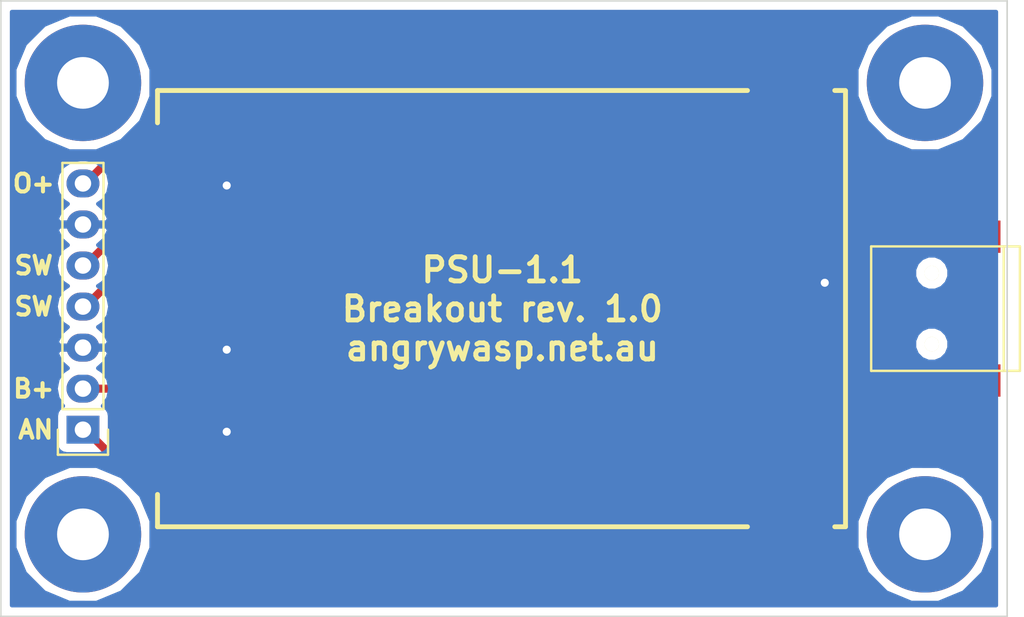
<source format=kicad_pcb>
(kicad_pcb (version 4) (host pcbnew 4.0.5+dfsg1-4)

  (general
    (links 14)
    (no_connects 3)
    (area 135.801739 84.6357 203.176501 124.18118)
    (thickness 1.6)
    (drawings 10)
    (tracks 30)
    (zones 0)
    (modules 7)
    (nets 12)
  )

  (page A4)
  (layers
    (0 F.Cu signal)
    (31 B.Cu signal)
    (32 B.Adhes user)
    (33 F.Adhes user)
    (34 B.Paste user)
    (35 F.Paste user)
    (36 B.SilkS user)
    (37 F.SilkS user)
    (38 B.Mask user)
    (39 F.Mask user)
    (40 Dwgs.User user)
    (41 Cmts.User user)
    (42 Eco1.User user)
    (43 Eco2.User user)
    (44 Edge.Cuts user)
    (45 Margin user)
    (46 B.CrtYd user)
    (47 F.CrtYd user)
    (48 B.Fab user)
    (49 F.Fab user)
  )

  (setup
    (last_trace_width 0.5)
    (trace_clearance 0.2)
    (zone_clearance 0.508)
    (zone_45_only no)
    (trace_min 0.2)
    (segment_width 0.2)
    (edge_width 0.1)
    (via_size 1)
    (via_drill 0.5)
    (via_min_size 0.4)
    (via_min_drill 0.3)
    (uvia_size 0.3)
    (uvia_drill 0.1)
    (uvias_allowed no)
    (uvia_min_size 0.2)
    (uvia_min_drill 0.1)
    (pcb_text_width 0.3)
    (pcb_text_size 1.5 1.5)
    (mod_edge_width 0.15)
    (mod_text_size 1 1)
    (mod_text_width 0.15)
    (pad_size 1.5 1.5)
    (pad_drill 0.6)
    (pad_to_mask_clearance 0)
    (aux_axis_origin 0 0)
    (visible_elements FFFFFF7F)
    (pcbplotparams
      (layerselection 0x010f0_80000001)
      (usegerberextensions false)
      (excludeedgelayer true)
      (linewidth 0.100000)
      (plotframeref false)
      (viasonmask false)
      (mode 1)
      (useauxorigin false)
      (hpglpennumber 1)
      (hpglpenspeed 20)
      (hpglpendiameter 15)
      (hpglpenoverlay 2)
      (psnegative false)
      (psa4output false)
      (plotreference true)
      (plotvalue true)
      (plotinvisibletext false)
      (padsonsilk false)
      (subtractmaskfromsilk false)
      (outputformat 1)
      (mirror false)
      (drillshape 0)
      (scaleselection 1)
      (outputdirectory Gerber/))
  )

  (net 0 "")
  (net 1 USB_PWR)
  (net 2 "Net-(P1-Pad2)")
  (net 3 "Net-(P1-Pad3)")
  (net 4 "Net-(P1-Pad4)")
  (net 5 GND)
  (net 6 "Net-(P1-Pad6)")
  (net 7 "Net-(P2-Pad1)")
  (net 8 "Net-(P2-Pad4)")
  (net 9 "Net-(P2-Pad2)")
  (net 10 "Net-(P2-Pad5)")
  (net 11 "Net-(P2-Pad7)")

  (net_class Default "This is the default net class."
    (clearance 0.2)
    (trace_width 0.5)
    (via_dia 1)
    (via_drill 0.5)
    (uvia_dia 0.3)
    (uvia_drill 0.1)
    (add_net GND)
    (add_net "Net-(P1-Pad2)")
    (add_net "Net-(P1-Pad3)")
    (add_net "Net-(P1-Pad4)")
    (add_net "Net-(P1-Pad6)")
    (add_net "Net-(P2-Pad1)")
    (add_net "Net-(P2-Pad2)")
    (add_net "Net-(P2-Pad4)")
    (add_net "Net-(P2-Pad5)")
    (add_net "Net-(P2-Pad7)")
    (add_net USB_PWR)
  )

  (module Angrywasp:MountingHole-3mm (layer F.Cu) (tedit 58BB72F9) (tstamp 58BB7324)
    (at 143.51 118.11)
    (fp_text reference REF** (at 0 4.99618) (layer F.SilkS) hide
      (effects (font (size 1 1) (thickness 0.15)))
    )
    (fp_text value MountingHole-3mm (at -0.05588 -4.5593) (layer F.Fab) hide
      (effects (font (size 1 1) (thickness 0.15)))
    )
    (pad 1 thru_hole circle (at 0 0) (size 7.2 7.2) (drill 3.2) (layers *.Cu *.Mask))
  )

  (module Angrywasp:MountingHole-3mm (layer F.Cu) (tedit 58BB72F9) (tstamp 58BB7320)
    (at 195.58 118.11)
    (fp_text reference REF** (at 0 4.99618) (layer F.SilkS) hide
      (effects (font (size 1 1) (thickness 0.15)))
    )
    (fp_text value MountingHole-3mm (at -0.05588 -4.5593) (layer F.Fab) hide
      (effects (font (size 1 1) (thickness 0.15)))
    )
    (pad 1 thru_hole circle (at 0 0) (size 7.2 7.2) (drill 3.2) (layers *.Cu *.Mask))
  )

  (module Angrywasp:MountingHole-3mm (layer F.Cu) (tedit 58BB72F9) (tstamp 58BB731C)
    (at 195.58 90.17)
    (fp_text reference REF** (at 0 4.99618) (layer F.SilkS) hide
      (effects (font (size 1 1) (thickness 0.15)))
    )
    (fp_text value MountingHole-3mm (at -0.05588 -4.5593) (layer F.Fab) hide
      (effects (font (size 1 1) (thickness 0.15)))
    )
    (pad 1 thru_hole circle (at 0 0) (size 7.2 7.2) (drill 3.2) (layers *.Cu *.Mask))
  )

  (module Angrywasp:USB_Mini-B (layer F.Cu) (tedit 58BB723A) (tstamp 58BB641C)
    (at 196.85 104.14 180)
    (descr "USB Mini-B 5-pin SMD connector")
    (tags "USB USB_B USB_Mini connector")
    (path /58BB64D9)
    (attr smd)
    (fp_text reference P1 (at 5.4483 0 270) (layer F.SilkS) hide
      (effects (font (size 1 1) (thickness 0.15)))
    )
    (fp_text value USB_OTG (at 0 -7.0993 180) (layer F.Fab) hide
      (effects (font (size 1 1) (thickness 0.15)))
    )
    (fp_line (start -4.85 -5.7) (end 4.85 -5.7) (layer F.CrtYd) (width 0.05))
    (fp_line (start 4.85 -5.7) (end 4.85 5.7) (layer F.CrtYd) (width 0.05))
    (fp_line (start 4.85 5.7) (end -4.85 5.7) (layer F.CrtYd) (width 0.05))
    (fp_line (start -4.85 5.7) (end -4.85 -5.7) (layer F.CrtYd) (width 0.05))
    (fp_line (start -3.59918 -3.85064) (end -3.59918 3.85064) (layer F.SilkS) (width 0.15))
    (fp_line (start -4.59994 -3.85064) (end -4.59994 3.85064) (layer F.SilkS) (width 0.15))
    (fp_line (start -4.59994 3.85064) (end 4.59994 3.85064) (layer F.SilkS) (width 0.15))
    (fp_line (start 4.59994 3.85064) (end 4.59994 -3.85064) (layer F.SilkS) (width 0.15))
    (fp_line (start 4.59994 -3.85064) (end -4.59994 -3.85064) (layer F.SilkS) (width 0.15))
    (pad 1 smd rect (at 3.94932 -1.6002 180) (size 2.30124 0.50038) (layers F.Cu F.Paste F.Mask)
      (net 1 USB_PWR))
    (pad 2 smd rect (at 3.94932 -0.8001 180) (size 2.30124 0.50038) (layers F.Cu F.Paste F.Mask)
      (net 2 "Net-(P1-Pad2)"))
    (pad 3 smd rect (at 3.94932 0 180) (size 2.30124 0.50038) (layers F.Cu F.Paste F.Mask)
      (net 3 "Net-(P1-Pad3)"))
    (pad 4 smd rect (at 3.94932 0.8001 180) (size 2.30124 0.50038) (layers F.Cu F.Paste F.Mask)
      (net 4 "Net-(P1-Pad4)"))
    (pad 5 smd rect (at 3.94932 1.6002 180) (size 2.30124 0.50038) (layers F.Cu F.Paste F.Mask)
      (net 5 GND))
    (pad 6 smd rect (at 3.35026 -4.45008 180) (size 2.49936 1.99898) (layers F.Cu F.Paste F.Mask)
      (net 6 "Net-(P1-Pad6)"))
    (pad 6 smd rect (at -2.14884 -4.45008 180) (size 2.49936 1.99898) (layers F.Cu F.Paste F.Mask)
      (net 6 "Net-(P1-Pad6)"))
    (pad 6 smd rect (at 3.35026 4.45008 180) (size 2.49936 1.99898) (layers F.Cu F.Paste F.Mask)
      (net 6 "Net-(P1-Pad6)"))
    (pad 6 smd rect (at -2.14884 4.45008 180) (size 2.49936 1.99898) (layers F.Cu F.Paste F.Mask)
      (net 6 "Net-(P1-Pad6)"))
    (pad "" np_thru_hole circle (at 0.8509 -2.19964 180) (size 0.89916 0.89916) (drill 0.89916) (layers *.Cu *.Mask F.SilkS))
    (pad "" np_thru_hole circle (at 0.8509 2.19964 180) (size 0.89916 0.89916) (drill 0.89916) (layers *.Cu *.Mask F.SilkS))
  )

  (module Angrywasp:PSU-1.1 (layer F.Cu) (tedit 58BB7235) (tstamp 58BB6437)
    (at 148.5011 104.14)
    (path /58718B00)
    (fp_text reference U2 (at 25.908 2.032) (layer F.SilkS) hide
      (effects (font (size 1 1) (thickness 0.15)))
    )
    (fp_text value PSU-1.1 (at 25.908 -1.27) (layer F.Fab) hide
      (effects (font (size 1 1) (thickness 0.15)))
    )
    (fp_line (start 41.5 -13.5) (end 42.1513 -13.5001) (layer F.SilkS) (width 0.3))
    (fp_line (start 41.5 13.5) (end 42.164 13.5001) (layer F.SilkS) (width 0.3))
    (fp_line (start 42.164 -13.4874) (end 42.164 13.4874) (layer F.SilkS) (width 0.3))
    (fp_line (start -0.381 13.5) (end 36.1 13.5) (layer F.SilkS) (width 0.3))
    (fp_line (start -0.381 13.5) (end -0.381 11.5) (layer F.SilkS) (width 0.3))
    (fp_line (start -0.381 -13.5) (end -0.381 -11.5) (layer F.SilkS) (width 0.3))
    (fp_line (start -0.381 -13.5) (end 36.1 -13.5) (layer F.SilkS) (width 0.3))
    (pad 1 smd rect (at 0 -10.16) (size 3.048 2.032) (layers F.Cu F.Paste F.Mask)
      (net 11 "Net-(P2-Pad7)"))
    (pad 2 smd rect (at 0 -7.62) (size 3.048 2.032) (layers F.Cu F.Paste F.Mask)
      (net 5 GND))
    (pad 3 smd rect (at 0 -5.08) (size 3.048 2.032) (layers F.Cu F.Paste F.Mask)
      (net 10 "Net-(P2-Pad5)"))
    (pad 4 smd rect (at 0 -2.54) (size 3.048 2.032) (layers F.Cu F.Paste F.Mask)
      (net 8 "Net-(P2-Pad4)"))
    (pad 5 smd rect (at 0 0) (size 3.048 2.032) (layers F.Cu F.Paste F.Mask)
      (net 1 USB_PWR))
    (pad 6 smd rect (at 0 2.54) (size 3.048 2.032) (layers F.Cu F.Paste F.Mask)
      (net 5 GND))
    (pad 7 smd rect (at 0 5.08) (size 3.048 2.032) (layers F.Cu F.Paste F.Mask)
      (net 9 "Net-(P2-Pad2)"))
    (pad 8 smd rect (at 0 7.62) (size 3.048 2.032) (layers F.Cu F.Paste F.Mask)
      (net 5 GND))
    (pad 9 smd rect (at 0 10.16) (size 3.048 2.032) (layers F.Cu F.Paste F.Mask)
      (net 7 "Net-(P2-Pad1)"))
    (pad "" smd rect (at 40.04 -13.081 90) (size 3.048 2) (layers F.Cu F.Paste F.Mask))
    (pad "" smd rect (at 37.5 -13.081 90) (size 3.048 2.032) (layers F.Cu F.Paste F.Mask))
    (pad "" smd rect (at 37.5 13.081 90) (size 3.048 2.032) (layers F.Cu F.Paste F.Mask))
    (pad "" smd rect (at 40.04 13.081 90) (size 3.048 2.032) (layers F.Cu F.Paste F.Mask))
  )

  (module Pin_Headers:Pin_Header_Straight_1x07 (layer F.Cu) (tedit 58BB7498) (tstamp 58BB7220)
    (at 143.51 111.633 180)
    (descr "Through hole pin header")
    (tags "pin header")
    (path /58BB73C8)
    (fp_text reference P2 (at 0 -5.1 180) (layer F.SilkS) hide
      (effects (font (size 1 1) (thickness 0.15)))
    )
    (fp_text value CONN_01X07 (at 0 -3.1 180) (layer F.Fab) hide
      (effects (font (size 1 1) (thickness 0.15)))
    )
    (fp_line (start -1.75 -1.75) (end -1.75 17) (layer F.CrtYd) (width 0.05))
    (fp_line (start 1.75 -1.75) (end 1.75 17) (layer F.CrtYd) (width 0.05))
    (fp_line (start -1.75 -1.75) (end 1.75 -1.75) (layer F.CrtYd) (width 0.05))
    (fp_line (start -1.75 17) (end 1.75 17) (layer F.CrtYd) (width 0.05))
    (fp_line (start 1.27 1.27) (end 1.27 16.51) (layer F.SilkS) (width 0.15))
    (fp_line (start 1.27 16.51) (end -1.27 16.51) (layer F.SilkS) (width 0.15))
    (fp_line (start -1.27 16.51) (end -1.27 1.27) (layer F.SilkS) (width 0.15))
    (fp_line (start 1.55 -1.55) (end 1.55 0) (layer F.SilkS) (width 0.15))
    (fp_line (start 1.27 1.27) (end -1.27 1.27) (layer F.SilkS) (width 0.15))
    (fp_line (start -1.55 0) (end -1.55 -1.55) (layer F.SilkS) (width 0.15))
    (fp_line (start -1.55 -1.55) (end 1.55 -1.55) (layer F.SilkS) (width 0.15))
    (pad 1 thru_hole rect (at 0 0 180) (size 2.032 1.7272) (drill 1.016) (layers *.Cu *.Mask)
      (net 7 "Net-(P2-Pad1)"))
    (pad 2 thru_hole oval (at 0 2.54 180) (size 2.032 1.7272) (drill 1.016) (layers *.Cu *.Mask)
      (net 9 "Net-(P2-Pad2)"))
    (pad 3 thru_hole oval (at 0 5.08 180) (size 2.032 1.7272) (drill 1.016) (layers *.Cu *.Mask)
      (net 5 GND))
    (pad 4 thru_hole oval (at 0 7.62 180) (size 2.032 1.7272) (drill 1.016) (layers *.Cu *.Mask)
      (net 8 "Net-(P2-Pad4)"))
    (pad 5 thru_hole oval (at 0 10.16 180) (size 2.032 1.7272) (drill 1.016) (layers *.Cu *.Mask)
      (net 10 "Net-(P2-Pad5)"))
    (pad 6 thru_hole oval (at 0 12.7 180) (size 2.032 1.7272) (drill 1.016) (layers *.Cu *.Mask)
      (net 5 GND))
    (pad 7 thru_hole oval (at 0 15.24 180) (size 2.032 1.7272) (drill 1.016) (layers *.Cu *.Mask)
      (net 11 "Net-(P2-Pad7)"))
    (model Pin_Headers.3dshapes/Pin_Header_Straight_1x07.wrl
      (at (xyz 0 -0.3 0))
      (scale (xyz 1 1 1))
      (rotate (xyz 0 0 90))
    )
  )

  (module Angrywasp:MountingHole-3mm (layer F.Cu) (tedit 58BB72F9) (tstamp 58BB72CB)
    (at 143.51 90.17)
    (fp_text reference REF** (at 0 4.99618) (layer F.SilkS) hide
      (effects (font (size 1 1) (thickness 0.15)))
    )
    (fp_text value MountingHole-3mm (at -0.05588 -4.5593) (layer F.Fab) hide
      (effects (font (size 1 1) (thickness 0.15)))
    )
    (pad 1 thru_hole circle (at 0 0) (size 7.2 7.2) (drill 3.2) (layers *.Cu *.Mask))
  )

  (gr_text O+ (at 140.462 96.393) (layer F.SilkS) (tstamp 58BB7827)
    (effects (font (size 1.1 1.1) (thickness 0.25)))
  )
  (gr_text "SW\n" (at 140.462 101.473) (layer F.SilkS) (tstamp 58BB7823)
    (effects (font (size 1.1 1.1) (thickness 0.25)))
  )
  (gr_text SW (at 140.462 104.013) (layer F.SilkS) (tstamp 58BB781E)
    (effects (font (size 1.1 1.1) (thickness 0.25)))
  )
  (gr_text B+ (at 140.462 109.093) (layer F.SilkS) (tstamp 58BB7819)
    (effects (font (size 1.1 1.1) (thickness 0.25)))
  )
  (gr_text AN (at 140.589 111.633) (layer F.SilkS)
    (effects (font (size 1.1 1.1) (thickness 0.25)))
  )
  (gr_text "PSU-1.1\nBreakout rev. 1.0\nangrywasp.net.au" (at 169.4434 104.1654) (layer F.SilkS)
    (effects (font (size 1.5 1.5) (thickness 0.3)))
  )
  (gr_line (start 138.43 123.19) (end 200.66 123.19) (layer Edge.Cuts) (width 0.1))
  (gr_line (start 138.43 85.09) (end 138.43 123.19) (layer Edge.Cuts) (width 0.1))
  (gr_line (start 200.66 85.09) (end 138.43 85.09) (layer Edge.Cuts) (width 0.1))
  (gr_line (start 200.66 123.19) (end 200.66 85.09) (layer Edge.Cuts) (width 0.1))

  (segment (start 192.90068 105.7402) (end 161.4424 105.7402) (width 0.5) (layer F.Cu) (net 1))
  (segment (start 161.4424 105.7402) (end 159.8422 104.14) (width 0.5) (layer F.Cu) (net 1))
  (segment (start 159.8422 104.14) (end 148.5011 104.14) (width 0.5) (layer F.Cu) (net 1))
  (segment (start 192.1002 102.5398) (end 189.3824 102.5398) (width 0.5) (layer F.Cu) (net 5))
  (via (at 189.3824 102.5398) (size 1) (drill 0.5) (layers F.Cu B.Cu) (net 5))
  (segment (start 192.90068 102.5398) (end 192.1002 102.5398) (width 0.5) (layer F.Cu) (net 5))
  (via (at 152.4 111.76) (size 1) (drill 0.5) (layers F.Cu B.Cu) (net 5))
  (segment (start 148.5011 111.76) (end 152.4 111.76) (width 0.5) (layer F.Cu) (net 5))
  (via (at 152.4 106.68) (size 1) (drill 0.5) (layers F.Cu B.Cu) (net 5))
  (segment (start 148.5011 106.68) (end 152.4 106.68) (width 0.5) (layer F.Cu) (net 5))
  (via (at 152.4 96.52) (size 1) (drill 0.5) (layers F.Cu B.Cu) (net 5))
  (segment (start 148.5011 96.52) (end 152.4 96.52) (width 0.5) (layer F.Cu) (net 5))
  (segment (start 143.51 111.633) (end 143.6624 111.633) (width 0.5) (layer F.Cu) (net 7))
  (segment (start 143.6624 111.633) (end 146.3294 114.3) (width 0.5) (layer F.Cu) (net 7))
  (segment (start 146.3294 114.3) (end 146.4771 114.3) (width 0.5) (layer F.Cu) (net 7))
  (segment (start 146.4771 114.3) (end 148.5011 114.3) (width 0.5) (layer F.Cu) (net 7))
  (segment (start 143.51 104.013) (end 143.6624 104.013) (width 0.5) (layer F.Cu) (net 8))
  (segment (start 143.6624 104.013) (end 146.0754 101.6) (width 0.5) (layer F.Cu) (net 8))
  (segment (start 146.0754 101.6) (end 146.4771 101.6) (width 0.5) (layer F.Cu) (net 8))
  (segment (start 146.4771 101.6) (end 148.5011 101.6) (width 0.5) (layer F.Cu) (net 8))
  (segment (start 143.51 109.093) (end 148.3741 109.093) (width 0.5) (layer F.Cu) (net 9))
  (segment (start 148.3741 109.093) (end 148.5011 109.22) (width 0.5) (layer F.Cu) (net 9))
  (segment (start 143.51 101.473) (end 143.6624 101.473) (width 0.5) (layer F.Cu) (net 10))
  (segment (start 143.6624 101.473) (end 146.0754 99.06) (width 0.5) (layer F.Cu) (net 10))
  (segment (start 146.0754 99.06) (end 146.4771 99.06) (width 0.5) (layer F.Cu) (net 10))
  (segment (start 146.4771 99.06) (end 148.5011 99.06) (width 0.5) (layer F.Cu) (net 10))
  (segment (start 143.51 96.393) (end 143.6624 96.393) (width 0.5) (layer F.Cu) (net 11))
  (segment (start 143.6624 96.393) (end 146.0754 93.98) (width 0.5) (layer F.Cu) (net 11))
  (segment (start 146.4771 93.98) (end 148.5011 93.98) (width 0.5) (layer F.Cu) (net 11))
  (segment (start 146.0754 93.98) (end 146.4771 93.98) (width 0.5) (layer F.Cu) (net 11))

  (zone (net 5) (net_name GND) (layer B.Cu) (tstamp 0) (hatch edge 0.508)
    (connect_pads (clearance 0.508))
    (min_thickness 0.254)
    (fill yes (arc_segments 16) (thermal_gap 0.508) (thermal_bridge_width 0.508))
    (polygon
      (pts
        (xy 138.43 85.09) (xy 200.66 85.09) (xy 200.66 123.19) (xy 138.43 123.19)
      )
    )
    (filled_polygon
      (pts
        (xy 199.975 122.505) (xy 139.115 122.505) (xy 139.115 118.948698) (xy 139.274266 118.948698) (xy 139.917648 120.505801)
        (xy 141.107933 121.698165) (xy 142.663911 122.344264) (xy 144.348698 122.345734) (xy 145.905801 121.702352) (xy 147.098165 120.512067)
        (xy 147.744264 118.956089) (xy 147.74427 118.948698) (xy 191.344266 118.948698) (xy 191.987648 120.505801) (xy 193.177933 121.698165)
        (xy 194.733911 122.344264) (xy 196.418698 122.345734) (xy 197.975801 121.702352) (xy 199.168165 120.512067) (xy 199.814264 118.956089)
        (xy 199.815734 117.271302) (xy 199.172352 115.714199) (xy 197.982067 114.521835) (xy 196.426089 113.875736) (xy 194.741302 113.874266)
        (xy 193.184199 114.517648) (xy 191.991835 115.707933) (xy 191.345736 117.263911) (xy 191.344266 118.948698) (xy 147.74427 118.948698)
        (xy 147.745734 117.271302) (xy 147.102352 115.714199) (xy 145.912067 114.521835) (xy 144.356089 113.875736) (xy 142.671302 113.874266)
        (xy 141.114199 114.517648) (xy 139.921835 115.707933) (xy 139.275736 117.263911) (xy 139.274266 118.948698) (xy 139.115 118.948698)
        (xy 139.115 109.093) (xy 141.826655 109.093) (xy 141.940729 109.666489) (xy 142.265585 110.15267) (xy 142.279913 110.162243)
        (xy 142.258683 110.166238) (xy 142.042559 110.30531) (xy 141.897569 110.51751) (xy 141.84656 110.7694) (xy 141.84656 112.4966)
        (xy 141.890838 112.731917) (xy 142.02991 112.948041) (xy 142.24211 113.093031) (xy 142.494 113.14404) (xy 144.526 113.14404)
        (xy 144.761317 113.099762) (xy 144.977441 112.96069) (xy 145.122431 112.74849) (xy 145.17344 112.4966) (xy 145.17344 110.7694)
        (xy 145.129162 110.534083) (xy 144.99009 110.317959) (xy 144.77789 110.172969) (xy 144.736561 110.1646) (xy 144.754415 110.15267)
        (xy 145.079271 109.666489) (xy 145.193345 109.093) (xy 145.079271 108.519511) (xy 144.754415 108.03333) (xy 144.444931 107.826539)
        (xy 144.860732 107.455036) (xy 145.114709 106.927791) (xy 145.117358 106.912026) (xy 144.996217 106.68) (xy 143.637 106.68)
        (xy 143.637 106.7) (xy 143.383 106.7) (xy 143.383 106.68) (xy 142.023783 106.68) (xy 141.902642 106.912026)
        (xy 141.905291 106.927791) (xy 142.159268 107.455036) (xy 142.575069 107.826539) (xy 142.265585 108.03333) (xy 141.940729 108.519511)
        (xy 141.826655 109.093) (xy 139.115 109.093) (xy 139.115 106.55443) (xy 194.914332 106.55443) (xy 195.079102 106.953203)
        (xy 195.383933 107.258566) (xy 195.782417 107.424031) (xy 196.21389 107.424408) (xy 196.612663 107.259638) (xy 196.918026 106.954807)
        (xy 197.083491 106.556323) (xy 197.083868 106.12485) (xy 196.919098 105.726077) (xy 196.614267 105.420714) (xy 196.215783 105.255249)
        (xy 195.78431 105.254872) (xy 195.385537 105.419642) (xy 195.080174 105.724473) (xy 194.914709 106.122957) (xy 194.914332 106.55443)
        (xy 139.115 106.55443) (xy 139.115 101.473) (xy 141.826655 101.473) (xy 141.940729 102.046489) (xy 142.265585 102.53267)
        (xy 142.580366 102.743) (xy 142.265585 102.95333) (xy 141.940729 103.439511) (xy 141.826655 104.013) (xy 141.940729 104.586489)
        (xy 142.265585 105.07267) (xy 142.575069 105.279461) (xy 142.159268 105.650964) (xy 141.905291 106.178209) (xy 141.902642 106.193974)
        (xy 142.023783 106.426) (xy 143.383 106.426) (xy 143.383 106.406) (xy 143.637 106.406) (xy 143.637 106.426)
        (xy 144.996217 106.426) (xy 145.117358 106.193974) (xy 145.114709 106.178209) (xy 144.860732 105.650964) (xy 144.444931 105.279461)
        (xy 144.754415 105.07267) (xy 145.079271 104.586489) (xy 145.193345 104.013) (xy 145.079271 103.439511) (xy 144.754415 102.95333)
        (xy 144.439634 102.743) (xy 144.754415 102.53267) (xy 145.006665 102.15515) (xy 194.914332 102.15515) (xy 195.079102 102.553923)
        (xy 195.383933 102.859286) (xy 195.782417 103.024751) (xy 196.21389 103.025128) (xy 196.612663 102.860358) (xy 196.918026 102.555527)
        (xy 197.083491 102.157043) (xy 197.083868 101.72557) (xy 196.919098 101.326797) (xy 196.614267 101.021434) (xy 196.215783 100.855969)
        (xy 195.78431 100.855592) (xy 195.385537 101.020362) (xy 195.080174 101.325193) (xy 194.914709 101.723677) (xy 194.914332 102.15515)
        (xy 145.006665 102.15515) (xy 145.079271 102.046489) (xy 145.193345 101.473) (xy 145.079271 100.899511) (xy 144.754415 100.41333)
        (xy 144.444931 100.206539) (xy 144.860732 99.835036) (xy 145.114709 99.307791) (xy 145.117358 99.292026) (xy 144.996217 99.06)
        (xy 143.637 99.06) (xy 143.637 99.08) (xy 143.383 99.08) (xy 143.383 99.06) (xy 142.023783 99.06)
        (xy 141.902642 99.292026) (xy 141.905291 99.307791) (xy 142.159268 99.835036) (xy 142.575069 100.206539) (xy 142.265585 100.41333)
        (xy 141.940729 100.899511) (xy 141.826655 101.473) (xy 139.115 101.473) (xy 139.115 96.393) (xy 141.826655 96.393)
        (xy 141.940729 96.966489) (xy 142.265585 97.45267) (xy 142.575069 97.659461) (xy 142.159268 98.030964) (xy 141.905291 98.558209)
        (xy 141.902642 98.573974) (xy 142.023783 98.806) (xy 143.383 98.806) (xy 143.383 98.786) (xy 143.637 98.786)
        (xy 143.637 98.806) (xy 144.996217 98.806) (xy 145.117358 98.573974) (xy 145.114709 98.558209) (xy 144.860732 98.030964)
        (xy 144.444931 97.659461) (xy 144.754415 97.45267) (xy 145.079271 96.966489) (xy 145.193345 96.393) (xy 145.079271 95.819511)
        (xy 144.754415 95.33333) (xy 144.268234 95.008474) (xy 143.694745 94.8944) (xy 143.325255 94.8944) (xy 142.751766 95.008474)
        (xy 142.265585 95.33333) (xy 141.940729 95.819511) (xy 141.826655 96.393) (xy 139.115 96.393) (xy 139.115 91.008698)
        (xy 139.274266 91.008698) (xy 139.917648 92.565801) (xy 141.107933 93.758165) (xy 142.663911 94.404264) (xy 144.348698 94.405734)
        (xy 145.905801 93.762352) (xy 147.098165 92.572067) (xy 147.744264 91.016089) (xy 147.74427 91.008698) (xy 191.344266 91.008698)
        (xy 191.987648 92.565801) (xy 193.177933 93.758165) (xy 194.733911 94.404264) (xy 196.418698 94.405734) (xy 197.975801 93.762352)
        (xy 199.168165 92.572067) (xy 199.814264 91.016089) (xy 199.815734 89.331302) (xy 199.172352 87.774199) (xy 197.982067 86.581835)
        (xy 196.426089 85.935736) (xy 194.741302 85.934266) (xy 193.184199 86.577648) (xy 191.991835 87.767933) (xy 191.345736 89.323911)
        (xy 191.344266 91.008698) (xy 147.74427 91.008698) (xy 147.745734 89.331302) (xy 147.102352 87.774199) (xy 145.912067 86.581835)
        (xy 144.356089 85.935736) (xy 142.671302 85.934266) (xy 141.114199 86.577648) (xy 139.921835 87.767933) (xy 139.275736 89.323911)
        (xy 139.274266 91.008698) (xy 139.115 91.008698) (xy 139.115 85.775) (xy 199.975 85.775)
      )
    )
  )
)

</source>
